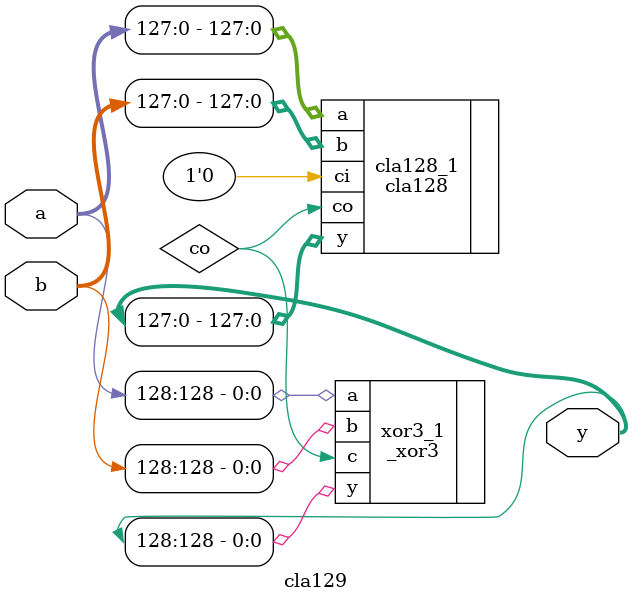
<source format=v>
module cla129(a, b, y);
    input[128:0] a, b;

    output[128:0] y;

    wire co;

    cla128 cla128_1(.a(a[127:0]), .b(b[127:0]), .ci(1'b0), .co(co), .y(y[127:0]));
    _xor3 xor3_1(.a(a[128]), .b(b[128]), .c(co), .y(y[128])); 
endmodule
</source>
